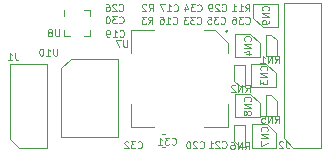
<source format=gbr>
G04 #@! TF.GenerationSoftware,KiCad,Pcbnew,(5.1.5-0-10_14)*
G04 #@! TF.CreationDate,2020-09-24T10:17:21-04:00*
G04 #@! TF.ProjectId,ESLO_RB,45534c4f-5f52-4422-9e6b-696361645f70,rev?*
G04 #@! TF.SameCoordinates,Original*
G04 #@! TF.FileFunction,Legend,Bot*
G04 #@! TF.FilePolarity,Positive*
%FSLAX46Y46*%
G04 Gerber Fmt 4.6, Leading zero omitted, Abs format (unit mm)*
G04 Created by KiCad (PCBNEW (5.1.5-0-10_14)) date 2020-09-24 10:17:21*
%MOMM*%
%LPD*%
G04 APERTURE LIST*
%ADD10C,0.050000*%
%ADD11C,0.070000*%
G04 APERTURE END LIST*
D10*
X145420000Y-90100000D02*
X145420000Y-91300000D01*
X147500000Y-90100000D02*
X145420000Y-90100000D01*
X147500000Y-92100000D02*
X147500000Y-90100000D01*
X146220000Y-92100000D02*
X147500000Y-92100000D01*
X145420000Y-91300000D02*
X146220000Y-92100000D01*
X143800000Y-100390000D02*
X143800000Y-101735000D01*
X144750000Y-100390000D02*
X143800000Y-100390000D01*
X144750000Y-102210000D02*
X144750000Y-100390000D01*
X144275000Y-102210000D02*
X144750000Y-102210000D01*
X143800000Y-101735000D02*
X144275000Y-102210000D01*
X147425000Y-99660000D02*
X147425000Y-98315000D01*
X146475000Y-99660000D02*
X147425000Y-99660000D01*
X146475000Y-97840000D02*
X146475000Y-99660000D01*
X146950000Y-97840000D02*
X146475000Y-97840000D01*
X147425000Y-98315000D02*
X146950000Y-97840000D01*
X143825000Y-95290000D02*
X143825000Y-96635000D01*
X144775000Y-95290000D02*
X143825000Y-95290000D01*
X144775000Y-97110000D02*
X144775000Y-95290000D01*
X144300000Y-97110000D02*
X144775000Y-97110000D01*
X143825000Y-96635000D02*
X144300000Y-97110000D01*
X147425000Y-94560000D02*
X147425000Y-93215000D01*
X146475000Y-94560000D02*
X147425000Y-94560000D01*
X146475000Y-92740000D02*
X146475000Y-94560000D01*
X146950000Y-92740000D02*
X146475000Y-92740000D01*
X147425000Y-93215000D02*
X146950000Y-92740000D01*
X145975000Y-99750000D02*
X145975000Y-98550000D01*
X143895000Y-99750000D02*
X145975000Y-99750000D01*
X143895000Y-97750000D02*
X143895000Y-99750000D01*
X145175000Y-97750000D02*
X143895000Y-97750000D01*
X145975000Y-98550000D02*
X145175000Y-97750000D01*
X147365000Y-102300000D02*
X147365000Y-101100000D01*
X145285000Y-102300000D02*
X147365000Y-102300000D01*
X145285000Y-100300000D02*
X145285000Y-102300000D01*
X146565000Y-100300000D02*
X145285000Y-100300000D01*
X147365000Y-101100000D02*
X146565000Y-100300000D01*
X145980000Y-94650000D02*
X145980000Y-93450000D01*
X143900000Y-94650000D02*
X145980000Y-94650000D01*
X143900000Y-92650000D02*
X143900000Y-94650000D01*
X145180000Y-92650000D02*
X143900000Y-92650000D01*
X145980000Y-93450000D02*
X145180000Y-92650000D01*
X147340000Y-97200000D02*
X147340000Y-96000000D01*
X145260000Y-97200000D02*
X147340000Y-97200000D01*
X145260000Y-95200000D02*
X145260000Y-97200000D01*
X146540000Y-95200000D02*
X145260000Y-95200000D01*
X147340000Y-96000000D02*
X146540000Y-95200000D01*
X148000000Y-90085000D02*
X148000000Y-101515000D01*
X151200000Y-90085000D02*
X148000000Y-90085000D01*
X151200000Y-102315000D02*
X151200000Y-90085000D01*
X148800000Y-102315000D02*
X151200000Y-102315000D01*
X148000000Y-101515000D02*
X148800000Y-102315000D01*
X124800000Y-95225000D02*
X124800000Y-101575000D01*
X128000000Y-95225000D02*
X124800000Y-95225000D01*
X128000000Y-102375000D02*
X128000000Y-95225000D01*
X125600000Y-102375000D02*
X128000000Y-102375000D01*
X124800000Y-101575000D02*
X125600000Y-102375000D01*
X134005000Y-94800000D02*
X129995000Y-94800000D01*
X134005000Y-101400000D02*
X134005000Y-94800000D01*
X129195000Y-101400000D02*
X134005000Y-101400000D01*
X129195000Y-95600000D02*
X129195000Y-101400000D01*
X129995000Y-94800000D02*
X129195000Y-95600000D01*
X129437500Y-90650000D02*
X129437500Y-90650000D01*
X129437500Y-91150000D02*
X129437500Y-90650000D01*
X131137500Y-90650000D02*
X131137500Y-90650000D01*
X131637500Y-90650000D02*
X131137500Y-90650000D01*
X131637500Y-91150000D02*
X131637500Y-90650000D01*
X131637500Y-92350000D02*
X131637500Y-92350000D01*
X131637500Y-92850000D02*
X131637500Y-92350000D01*
X131137500Y-92850000D02*
X131637500Y-92850000D01*
X129937500Y-92850000D02*
X129937500Y-92850000D01*
X129437500Y-92850000D02*
X129937500Y-92850000D01*
X129437500Y-92350000D02*
X129437500Y-92850000D01*
X143275000Y-92450000D02*
G75*
G03X143275000Y-92450000I-100000J0D01*
G01*
X143295000Y-93450000D02*
X143295000Y-94330000D01*
X142175000Y-92330000D02*
X143295000Y-93450000D01*
X141295000Y-92330000D02*
X142175000Y-92330000D01*
X143295000Y-100570000D02*
X143295000Y-98570000D01*
X141295000Y-100570000D02*
X143295000Y-100570000D01*
X135055000Y-92330000D02*
X135055000Y-94330000D01*
X137055000Y-92330000D02*
X135055000Y-92330000D01*
X135055000Y-100570000D02*
X135055000Y-98570000D01*
X137055000Y-100570000D02*
X135055000Y-100570000D01*
X135055000Y-92330000D02*
X135055000Y-94330000D01*
X137055000Y-92330000D02*
X135055000Y-92330000D01*
X135055000Y-92330000D02*
X135055000Y-94330000D01*
X137055000Y-92330000D02*
X135055000Y-92330000D01*
X142810000Y-90425000D02*
G75*
G03X142810000Y-90425000I-50000J0D01*
G01*
X137674721Y-101190000D02*
X138000279Y-101190000D01*
X137674721Y-102210000D02*
X138000279Y-102210000D01*
D11*
X138695714Y-90704285D02*
X138724285Y-90732857D01*
X138810000Y-90761428D01*
X138867142Y-90761428D01*
X138952857Y-90732857D01*
X139010000Y-90675714D01*
X139038571Y-90618571D01*
X139067142Y-90504285D01*
X139067142Y-90418571D01*
X139038571Y-90304285D01*
X139010000Y-90247142D01*
X138952857Y-90190000D01*
X138867142Y-90161428D01*
X138810000Y-90161428D01*
X138724285Y-90190000D01*
X138695714Y-90218571D01*
X138124285Y-90761428D02*
X138467142Y-90761428D01*
X138295714Y-90761428D02*
X138295714Y-90161428D01*
X138352857Y-90247142D01*
X138410000Y-90304285D01*
X138467142Y-90332857D01*
X137924285Y-90161428D02*
X137524285Y-90161428D01*
X137781428Y-90761428D01*
X138645714Y-91764285D02*
X138674285Y-91792857D01*
X138760000Y-91821428D01*
X138817142Y-91821428D01*
X138902857Y-91792857D01*
X138960000Y-91735714D01*
X138988571Y-91678571D01*
X139017142Y-91564285D01*
X139017142Y-91478571D01*
X138988571Y-91364285D01*
X138960000Y-91307142D01*
X138902857Y-91250000D01*
X138817142Y-91221428D01*
X138760000Y-91221428D01*
X138674285Y-91250000D01*
X138645714Y-91278571D01*
X138074285Y-91821428D02*
X138417142Y-91821428D01*
X138245714Y-91821428D02*
X138245714Y-91221428D01*
X138302857Y-91307142D01*
X138360000Y-91364285D01*
X138417142Y-91392857D01*
X137560000Y-91221428D02*
X137674285Y-91221428D01*
X137731428Y-91250000D01*
X137760000Y-91278571D01*
X137817142Y-91364285D01*
X137845714Y-91478571D01*
X137845714Y-91707142D01*
X137817142Y-91764285D01*
X137788571Y-91792857D01*
X137731428Y-91821428D01*
X137617142Y-91821428D01*
X137560000Y-91792857D01*
X137531428Y-91764285D01*
X137502857Y-91707142D01*
X137502857Y-91564285D01*
X137531428Y-91507142D01*
X137560000Y-91478571D01*
X137617142Y-91450000D01*
X137731428Y-91450000D01*
X137788571Y-91478571D01*
X137817142Y-91507142D01*
X137845714Y-91564285D01*
X146704285Y-90675714D02*
X146732857Y-90647142D01*
X146761428Y-90561428D01*
X146761428Y-90504285D01*
X146732857Y-90418571D01*
X146675714Y-90361428D01*
X146618571Y-90332857D01*
X146504285Y-90304285D01*
X146418571Y-90304285D01*
X146304285Y-90332857D01*
X146247142Y-90361428D01*
X146190000Y-90418571D01*
X146161428Y-90504285D01*
X146161428Y-90561428D01*
X146190000Y-90647142D01*
X146218571Y-90675714D01*
X146761428Y-90932857D02*
X146161428Y-90932857D01*
X146761428Y-91275714D01*
X146161428Y-91275714D01*
X146761428Y-91590000D02*
X146761428Y-91704285D01*
X146732857Y-91761428D01*
X146704285Y-91790000D01*
X146618571Y-91847142D01*
X146504285Y-91875714D01*
X146275714Y-91875714D01*
X146218571Y-91847142D01*
X146190000Y-91818571D01*
X146161428Y-91761428D01*
X146161428Y-91647142D01*
X146190000Y-91590000D01*
X146218571Y-91561428D01*
X146275714Y-91532857D01*
X146418571Y-91532857D01*
X146475714Y-91561428D01*
X146504285Y-91590000D01*
X146532857Y-91647142D01*
X146532857Y-91761428D01*
X146504285Y-91818571D01*
X146475714Y-91847142D01*
X146418571Y-91875714D01*
X144704285Y-102411428D02*
X144904285Y-102125714D01*
X145047142Y-102411428D02*
X145047142Y-101811428D01*
X144818571Y-101811428D01*
X144761428Y-101840000D01*
X144732857Y-101868571D01*
X144704285Y-101925714D01*
X144704285Y-102011428D01*
X144732857Y-102068571D01*
X144761428Y-102097142D01*
X144818571Y-102125714D01*
X145047142Y-102125714D01*
X144447142Y-102411428D02*
X144447142Y-101811428D01*
X144104285Y-102411428D01*
X144104285Y-101811428D01*
X143561428Y-101811428D02*
X143675714Y-101811428D01*
X143732857Y-101840000D01*
X143761428Y-101868571D01*
X143818571Y-101954285D01*
X143847142Y-102068571D01*
X143847142Y-102297142D01*
X143818571Y-102354285D01*
X143790000Y-102382857D01*
X143732857Y-102411428D01*
X143618571Y-102411428D01*
X143561428Y-102382857D01*
X143532857Y-102354285D01*
X143504285Y-102297142D01*
X143504285Y-102154285D01*
X143532857Y-102097142D01*
X143561428Y-102068571D01*
X143618571Y-102040000D01*
X143732857Y-102040000D01*
X143790000Y-102068571D01*
X143818571Y-102097142D01*
X143847142Y-102154285D01*
X147284285Y-100191428D02*
X147484285Y-99905714D01*
X147627142Y-100191428D02*
X147627142Y-99591428D01*
X147398571Y-99591428D01*
X147341428Y-99620000D01*
X147312857Y-99648571D01*
X147284285Y-99705714D01*
X147284285Y-99791428D01*
X147312857Y-99848571D01*
X147341428Y-99877142D01*
X147398571Y-99905714D01*
X147627142Y-99905714D01*
X147027142Y-100191428D02*
X147027142Y-99591428D01*
X146684285Y-100191428D01*
X146684285Y-99591428D01*
X146112857Y-99591428D02*
X146398571Y-99591428D01*
X146427142Y-99877142D01*
X146398571Y-99848571D01*
X146341428Y-99820000D01*
X146198571Y-99820000D01*
X146141428Y-99848571D01*
X146112857Y-99877142D01*
X146084285Y-99934285D01*
X146084285Y-100077142D01*
X146112857Y-100134285D01*
X146141428Y-100162857D01*
X146198571Y-100191428D01*
X146341428Y-100191428D01*
X146398571Y-100162857D01*
X146427142Y-100134285D01*
X144774285Y-97561428D02*
X144974285Y-97275714D01*
X145117142Y-97561428D02*
X145117142Y-96961428D01*
X144888571Y-96961428D01*
X144831428Y-96990000D01*
X144802857Y-97018571D01*
X144774285Y-97075714D01*
X144774285Y-97161428D01*
X144802857Y-97218571D01*
X144831428Y-97247142D01*
X144888571Y-97275714D01*
X145117142Y-97275714D01*
X144517142Y-97561428D02*
X144517142Y-96961428D01*
X144174285Y-97561428D01*
X144174285Y-96961428D01*
X143917142Y-97018571D02*
X143888571Y-96990000D01*
X143831428Y-96961428D01*
X143688571Y-96961428D01*
X143631428Y-96990000D01*
X143602857Y-97018571D01*
X143574285Y-97075714D01*
X143574285Y-97132857D01*
X143602857Y-97218571D01*
X143945714Y-97561428D01*
X143574285Y-97561428D01*
X147244285Y-95121428D02*
X147444285Y-94835714D01*
X147587142Y-95121428D02*
X147587142Y-94521428D01*
X147358571Y-94521428D01*
X147301428Y-94550000D01*
X147272857Y-94578571D01*
X147244285Y-94635714D01*
X147244285Y-94721428D01*
X147272857Y-94778571D01*
X147301428Y-94807142D01*
X147358571Y-94835714D01*
X147587142Y-94835714D01*
X146987142Y-95121428D02*
X146987142Y-94521428D01*
X146644285Y-95121428D01*
X146644285Y-94521428D01*
X146044285Y-95121428D02*
X146387142Y-95121428D01*
X146215714Y-95121428D02*
X146215714Y-94521428D01*
X146272857Y-94607142D01*
X146330000Y-94664285D01*
X146387142Y-94692857D01*
X145174285Y-98345714D02*
X145202857Y-98317142D01*
X145231428Y-98231428D01*
X145231428Y-98174285D01*
X145202857Y-98088571D01*
X145145714Y-98031428D01*
X145088571Y-98002857D01*
X144974285Y-97974285D01*
X144888571Y-97974285D01*
X144774285Y-98002857D01*
X144717142Y-98031428D01*
X144660000Y-98088571D01*
X144631428Y-98174285D01*
X144631428Y-98231428D01*
X144660000Y-98317142D01*
X144688571Y-98345714D01*
X145231428Y-98602857D02*
X144631428Y-98602857D01*
X145231428Y-98945714D01*
X144631428Y-98945714D01*
X144888571Y-99317142D02*
X144860000Y-99260000D01*
X144831428Y-99231428D01*
X144774285Y-99202857D01*
X144745714Y-99202857D01*
X144688571Y-99231428D01*
X144660000Y-99260000D01*
X144631428Y-99317142D01*
X144631428Y-99431428D01*
X144660000Y-99488571D01*
X144688571Y-99517142D01*
X144745714Y-99545714D01*
X144774285Y-99545714D01*
X144831428Y-99517142D01*
X144860000Y-99488571D01*
X144888571Y-99431428D01*
X144888571Y-99317142D01*
X144917142Y-99260000D01*
X144945714Y-99231428D01*
X145002857Y-99202857D01*
X145117142Y-99202857D01*
X145174285Y-99231428D01*
X145202857Y-99260000D01*
X145231428Y-99317142D01*
X145231428Y-99431428D01*
X145202857Y-99488571D01*
X145174285Y-99517142D01*
X145117142Y-99545714D01*
X145002857Y-99545714D01*
X144945714Y-99517142D01*
X144917142Y-99488571D01*
X144888571Y-99431428D01*
X146604285Y-100905714D02*
X146632857Y-100877142D01*
X146661428Y-100791428D01*
X146661428Y-100734285D01*
X146632857Y-100648571D01*
X146575714Y-100591428D01*
X146518571Y-100562857D01*
X146404285Y-100534285D01*
X146318571Y-100534285D01*
X146204285Y-100562857D01*
X146147142Y-100591428D01*
X146090000Y-100648571D01*
X146061428Y-100734285D01*
X146061428Y-100791428D01*
X146090000Y-100877142D01*
X146118571Y-100905714D01*
X146661428Y-101162857D02*
X146061428Y-101162857D01*
X146661428Y-101505714D01*
X146061428Y-101505714D01*
X146061428Y-101734285D02*
X146061428Y-102134285D01*
X146661428Y-101877142D01*
X145184285Y-93235714D02*
X145212857Y-93207142D01*
X145241428Y-93121428D01*
X145241428Y-93064285D01*
X145212857Y-92978571D01*
X145155714Y-92921428D01*
X145098571Y-92892857D01*
X144984285Y-92864285D01*
X144898571Y-92864285D01*
X144784285Y-92892857D01*
X144727142Y-92921428D01*
X144670000Y-92978571D01*
X144641428Y-93064285D01*
X144641428Y-93121428D01*
X144670000Y-93207142D01*
X144698571Y-93235714D01*
X145241428Y-93492857D02*
X144641428Y-93492857D01*
X145241428Y-93835714D01*
X144641428Y-93835714D01*
X144841428Y-94378571D02*
X145241428Y-94378571D01*
X144612857Y-94235714D02*
X145041428Y-94092857D01*
X145041428Y-94464285D01*
X146574285Y-95745714D02*
X146602857Y-95717142D01*
X146631428Y-95631428D01*
X146631428Y-95574285D01*
X146602857Y-95488571D01*
X146545714Y-95431428D01*
X146488571Y-95402857D01*
X146374285Y-95374285D01*
X146288571Y-95374285D01*
X146174285Y-95402857D01*
X146117142Y-95431428D01*
X146060000Y-95488571D01*
X146031428Y-95574285D01*
X146031428Y-95631428D01*
X146060000Y-95717142D01*
X146088571Y-95745714D01*
X146631428Y-96002857D02*
X146031428Y-96002857D01*
X146631428Y-96345714D01*
X146031428Y-96345714D01*
X146031428Y-96574285D02*
X146031428Y-96945714D01*
X146260000Y-96745714D01*
X146260000Y-96831428D01*
X146288571Y-96888571D01*
X146317142Y-96917142D01*
X146374285Y-96945714D01*
X146517142Y-96945714D01*
X146574285Y-96917142D01*
X146602857Y-96888571D01*
X146631428Y-96831428D01*
X146631428Y-96660000D01*
X146602857Y-96602857D01*
X146574285Y-96574285D01*
X144775714Y-91764285D02*
X144804285Y-91792857D01*
X144890000Y-91821428D01*
X144947142Y-91821428D01*
X145032857Y-91792857D01*
X145090000Y-91735714D01*
X145118571Y-91678571D01*
X145147142Y-91564285D01*
X145147142Y-91478571D01*
X145118571Y-91364285D01*
X145090000Y-91307142D01*
X145032857Y-91250000D01*
X144947142Y-91221428D01*
X144890000Y-91221428D01*
X144804285Y-91250000D01*
X144775714Y-91278571D01*
X144575714Y-91221428D02*
X144204285Y-91221428D01*
X144404285Y-91450000D01*
X144318571Y-91450000D01*
X144261428Y-91478571D01*
X144232857Y-91507142D01*
X144204285Y-91564285D01*
X144204285Y-91707142D01*
X144232857Y-91764285D01*
X144261428Y-91792857D01*
X144318571Y-91821428D01*
X144490000Y-91821428D01*
X144547142Y-91792857D01*
X144575714Y-91764285D01*
X143690000Y-91221428D02*
X143804285Y-91221428D01*
X143861428Y-91250000D01*
X143890000Y-91278571D01*
X143947142Y-91364285D01*
X143975714Y-91478571D01*
X143975714Y-91707142D01*
X143947142Y-91764285D01*
X143918571Y-91792857D01*
X143861428Y-91821428D01*
X143747142Y-91821428D01*
X143690000Y-91792857D01*
X143661428Y-91764285D01*
X143632857Y-91707142D01*
X143632857Y-91564285D01*
X143661428Y-91507142D01*
X143690000Y-91478571D01*
X143747142Y-91450000D01*
X143861428Y-91450000D01*
X143918571Y-91478571D01*
X143947142Y-91507142D01*
X143975714Y-91564285D01*
X148200000Y-101761428D02*
X148200000Y-102190000D01*
X148228571Y-102275714D01*
X148285714Y-102332857D01*
X148371428Y-102361428D01*
X148428571Y-102361428D01*
X147942857Y-101818571D02*
X147914285Y-101790000D01*
X147857142Y-101761428D01*
X147714285Y-101761428D01*
X147657142Y-101790000D01*
X147628571Y-101818571D01*
X147600000Y-101875714D01*
X147600000Y-101932857D01*
X147628571Y-102018571D01*
X147971428Y-102361428D01*
X147600000Y-102361428D01*
X125290000Y-94311428D02*
X125290000Y-94740000D01*
X125318571Y-94825714D01*
X125375714Y-94882857D01*
X125461428Y-94911428D01*
X125518571Y-94911428D01*
X124690000Y-94911428D02*
X125032857Y-94911428D01*
X124861428Y-94911428D02*
X124861428Y-94311428D01*
X124918571Y-94397142D01*
X124975714Y-94454285D01*
X125032857Y-94482857D01*
X128842857Y-93921428D02*
X128842857Y-94407142D01*
X128814285Y-94464285D01*
X128785714Y-94492857D01*
X128728571Y-94521428D01*
X128614285Y-94521428D01*
X128557142Y-94492857D01*
X128528571Y-94464285D01*
X128500000Y-94407142D01*
X128500000Y-93921428D01*
X127900000Y-94521428D02*
X128242857Y-94521428D01*
X128071428Y-94521428D02*
X128071428Y-93921428D01*
X128128571Y-94007142D01*
X128185714Y-94064285D01*
X128242857Y-94092857D01*
X127528571Y-93921428D02*
X127471428Y-93921428D01*
X127414285Y-93950000D01*
X127385714Y-93978571D01*
X127357142Y-94035714D01*
X127328571Y-94150000D01*
X127328571Y-94292857D01*
X127357142Y-94407142D01*
X127385714Y-94464285D01*
X127414285Y-94492857D01*
X127471428Y-94521428D01*
X127528571Y-94521428D01*
X127585714Y-94492857D01*
X127614285Y-94464285D01*
X127642857Y-94407142D01*
X127671428Y-94292857D01*
X127671428Y-94150000D01*
X127642857Y-94035714D01*
X127614285Y-93978571D01*
X127585714Y-93950000D01*
X127528571Y-93921428D01*
X129007142Y-92271428D02*
X129007142Y-92757142D01*
X128978571Y-92814285D01*
X128950000Y-92842857D01*
X128892857Y-92871428D01*
X128778571Y-92871428D01*
X128721428Y-92842857D01*
X128692857Y-92814285D01*
X128664285Y-92757142D01*
X128664285Y-92271428D01*
X128292857Y-92528571D02*
X128350000Y-92500000D01*
X128378571Y-92471428D01*
X128407142Y-92414285D01*
X128407142Y-92385714D01*
X128378571Y-92328571D01*
X128350000Y-92300000D01*
X128292857Y-92271428D01*
X128178571Y-92271428D01*
X128121428Y-92300000D01*
X128092857Y-92328571D01*
X128064285Y-92385714D01*
X128064285Y-92414285D01*
X128092857Y-92471428D01*
X128121428Y-92500000D01*
X128178571Y-92528571D01*
X128292857Y-92528571D01*
X128350000Y-92557142D01*
X128378571Y-92585714D01*
X128407142Y-92642857D01*
X128407142Y-92757142D01*
X128378571Y-92814285D01*
X128350000Y-92842857D01*
X128292857Y-92871428D01*
X128178571Y-92871428D01*
X128121428Y-92842857D01*
X128092857Y-92814285D01*
X128064285Y-92757142D01*
X128064285Y-92642857D01*
X128092857Y-92585714D01*
X128121428Y-92557142D01*
X128178571Y-92528571D01*
X134777142Y-93171428D02*
X134777142Y-93657142D01*
X134748571Y-93714285D01*
X134720000Y-93742857D01*
X134662857Y-93771428D01*
X134548571Y-93771428D01*
X134491428Y-93742857D01*
X134462857Y-93714285D01*
X134434285Y-93657142D01*
X134434285Y-93171428D01*
X134205714Y-93171428D02*
X133805714Y-93171428D01*
X134062857Y-93771428D01*
X144755714Y-90761428D02*
X144955714Y-90475714D01*
X145098571Y-90761428D02*
X145098571Y-90161428D01*
X144870000Y-90161428D01*
X144812857Y-90190000D01*
X144784285Y-90218571D01*
X144755714Y-90275714D01*
X144755714Y-90361428D01*
X144784285Y-90418571D01*
X144812857Y-90447142D01*
X144870000Y-90475714D01*
X145098571Y-90475714D01*
X144184285Y-90761428D02*
X144527142Y-90761428D01*
X144355714Y-90761428D02*
X144355714Y-90161428D01*
X144412857Y-90247142D01*
X144470000Y-90304285D01*
X144527142Y-90332857D01*
X143612857Y-90761428D02*
X143955714Y-90761428D01*
X143784285Y-90761428D02*
X143784285Y-90161428D01*
X143841428Y-90247142D01*
X143898571Y-90304285D01*
X143955714Y-90332857D01*
X136550000Y-91821428D02*
X136750000Y-91535714D01*
X136892857Y-91821428D02*
X136892857Y-91221428D01*
X136664285Y-91221428D01*
X136607142Y-91250000D01*
X136578571Y-91278571D01*
X136550000Y-91335714D01*
X136550000Y-91421428D01*
X136578571Y-91478571D01*
X136607142Y-91507142D01*
X136664285Y-91535714D01*
X136892857Y-91535714D01*
X136350000Y-91221428D02*
X135978571Y-91221428D01*
X136178571Y-91450000D01*
X136092857Y-91450000D01*
X136035714Y-91478571D01*
X136007142Y-91507142D01*
X135978571Y-91564285D01*
X135978571Y-91707142D01*
X136007142Y-91764285D01*
X136035714Y-91792857D01*
X136092857Y-91821428D01*
X136264285Y-91821428D01*
X136321428Y-91792857D01*
X136350000Y-91764285D01*
X136580000Y-90731428D02*
X136780000Y-90445714D01*
X136922857Y-90731428D02*
X136922857Y-90131428D01*
X136694285Y-90131428D01*
X136637142Y-90160000D01*
X136608571Y-90188571D01*
X136580000Y-90245714D01*
X136580000Y-90331428D01*
X136608571Y-90388571D01*
X136637142Y-90417142D01*
X136694285Y-90445714D01*
X136922857Y-90445714D01*
X136351428Y-90188571D02*
X136322857Y-90160000D01*
X136265714Y-90131428D01*
X136122857Y-90131428D01*
X136065714Y-90160000D01*
X136037142Y-90188571D01*
X136008571Y-90245714D01*
X136008571Y-90302857D01*
X136037142Y-90388571D01*
X136380000Y-90731428D01*
X136008571Y-90731428D01*
X142675714Y-91764285D02*
X142704285Y-91792857D01*
X142790000Y-91821428D01*
X142847142Y-91821428D01*
X142932857Y-91792857D01*
X142990000Y-91735714D01*
X143018571Y-91678571D01*
X143047142Y-91564285D01*
X143047142Y-91478571D01*
X143018571Y-91364285D01*
X142990000Y-91307142D01*
X142932857Y-91250000D01*
X142847142Y-91221428D01*
X142790000Y-91221428D01*
X142704285Y-91250000D01*
X142675714Y-91278571D01*
X142475714Y-91221428D02*
X142104285Y-91221428D01*
X142304285Y-91450000D01*
X142218571Y-91450000D01*
X142161428Y-91478571D01*
X142132857Y-91507142D01*
X142104285Y-91564285D01*
X142104285Y-91707142D01*
X142132857Y-91764285D01*
X142161428Y-91792857D01*
X142218571Y-91821428D01*
X142390000Y-91821428D01*
X142447142Y-91792857D01*
X142475714Y-91764285D01*
X141561428Y-91221428D02*
X141847142Y-91221428D01*
X141875714Y-91507142D01*
X141847142Y-91478571D01*
X141790000Y-91450000D01*
X141647142Y-91450000D01*
X141590000Y-91478571D01*
X141561428Y-91507142D01*
X141532857Y-91564285D01*
X141532857Y-91707142D01*
X141561428Y-91764285D01*
X141590000Y-91792857D01*
X141647142Y-91821428D01*
X141790000Y-91821428D01*
X141847142Y-91792857D01*
X141875714Y-91764285D01*
X140705714Y-90704285D02*
X140734285Y-90732857D01*
X140820000Y-90761428D01*
X140877142Y-90761428D01*
X140962857Y-90732857D01*
X141020000Y-90675714D01*
X141048571Y-90618571D01*
X141077142Y-90504285D01*
X141077142Y-90418571D01*
X141048571Y-90304285D01*
X141020000Y-90247142D01*
X140962857Y-90190000D01*
X140877142Y-90161428D01*
X140820000Y-90161428D01*
X140734285Y-90190000D01*
X140705714Y-90218571D01*
X140505714Y-90161428D02*
X140134285Y-90161428D01*
X140334285Y-90390000D01*
X140248571Y-90390000D01*
X140191428Y-90418571D01*
X140162857Y-90447142D01*
X140134285Y-90504285D01*
X140134285Y-90647142D01*
X140162857Y-90704285D01*
X140191428Y-90732857D01*
X140248571Y-90761428D01*
X140420000Y-90761428D01*
X140477142Y-90732857D01*
X140505714Y-90704285D01*
X139620000Y-90361428D02*
X139620000Y-90761428D01*
X139762857Y-90132857D02*
X139905714Y-90561428D01*
X139534285Y-90561428D01*
X140675714Y-91789285D02*
X140704285Y-91817857D01*
X140790000Y-91846428D01*
X140847142Y-91846428D01*
X140932857Y-91817857D01*
X140990000Y-91760714D01*
X141018571Y-91703571D01*
X141047142Y-91589285D01*
X141047142Y-91503571D01*
X141018571Y-91389285D01*
X140990000Y-91332142D01*
X140932857Y-91275000D01*
X140847142Y-91246428D01*
X140790000Y-91246428D01*
X140704285Y-91275000D01*
X140675714Y-91303571D01*
X140475714Y-91246428D02*
X140104285Y-91246428D01*
X140304285Y-91475000D01*
X140218571Y-91475000D01*
X140161428Y-91503571D01*
X140132857Y-91532142D01*
X140104285Y-91589285D01*
X140104285Y-91732142D01*
X140132857Y-91789285D01*
X140161428Y-91817857D01*
X140218571Y-91846428D01*
X140390000Y-91846428D01*
X140447142Y-91817857D01*
X140475714Y-91789285D01*
X139904285Y-91246428D02*
X139532857Y-91246428D01*
X139732857Y-91475000D01*
X139647142Y-91475000D01*
X139590000Y-91503571D01*
X139561428Y-91532142D01*
X139532857Y-91589285D01*
X139532857Y-91732142D01*
X139561428Y-91789285D01*
X139590000Y-91817857D01*
X139647142Y-91846428D01*
X139818571Y-91846428D01*
X139875714Y-91817857D01*
X139904285Y-91789285D01*
X135645714Y-102304285D02*
X135674285Y-102332857D01*
X135760000Y-102361428D01*
X135817142Y-102361428D01*
X135902857Y-102332857D01*
X135960000Y-102275714D01*
X135988571Y-102218571D01*
X136017142Y-102104285D01*
X136017142Y-102018571D01*
X135988571Y-101904285D01*
X135960000Y-101847142D01*
X135902857Y-101790000D01*
X135817142Y-101761428D01*
X135760000Y-101761428D01*
X135674285Y-101790000D01*
X135645714Y-101818571D01*
X135445714Y-101761428D02*
X135074285Y-101761428D01*
X135274285Y-101990000D01*
X135188571Y-101990000D01*
X135131428Y-102018571D01*
X135102857Y-102047142D01*
X135074285Y-102104285D01*
X135074285Y-102247142D01*
X135102857Y-102304285D01*
X135131428Y-102332857D01*
X135188571Y-102361428D01*
X135360000Y-102361428D01*
X135417142Y-102332857D01*
X135445714Y-102304285D01*
X134845714Y-101818571D02*
X134817142Y-101790000D01*
X134760000Y-101761428D01*
X134617142Y-101761428D01*
X134560000Y-101790000D01*
X134531428Y-101818571D01*
X134502857Y-101875714D01*
X134502857Y-101932857D01*
X134531428Y-102018571D01*
X134874285Y-102361428D01*
X134502857Y-102361428D01*
X138515714Y-101994285D02*
X138544285Y-102022857D01*
X138630000Y-102051428D01*
X138687142Y-102051428D01*
X138772857Y-102022857D01*
X138830000Y-101965714D01*
X138858571Y-101908571D01*
X138887142Y-101794285D01*
X138887142Y-101708571D01*
X138858571Y-101594285D01*
X138830000Y-101537142D01*
X138772857Y-101480000D01*
X138687142Y-101451428D01*
X138630000Y-101451428D01*
X138544285Y-101480000D01*
X138515714Y-101508571D01*
X138315714Y-101451428D02*
X137944285Y-101451428D01*
X138144285Y-101680000D01*
X138058571Y-101680000D01*
X138001428Y-101708571D01*
X137972857Y-101737142D01*
X137944285Y-101794285D01*
X137944285Y-101937142D01*
X137972857Y-101994285D01*
X138001428Y-102022857D01*
X138058571Y-102051428D01*
X138230000Y-102051428D01*
X138287142Y-102022857D01*
X138315714Y-101994285D01*
X137372857Y-102051428D02*
X137715714Y-102051428D01*
X137544285Y-102051428D02*
X137544285Y-101451428D01*
X137601428Y-101537142D01*
X137658571Y-101594285D01*
X137715714Y-101622857D01*
X134085714Y-91734285D02*
X134114285Y-91762857D01*
X134200000Y-91791428D01*
X134257142Y-91791428D01*
X134342857Y-91762857D01*
X134400000Y-91705714D01*
X134428571Y-91648571D01*
X134457142Y-91534285D01*
X134457142Y-91448571D01*
X134428571Y-91334285D01*
X134400000Y-91277142D01*
X134342857Y-91220000D01*
X134257142Y-91191428D01*
X134200000Y-91191428D01*
X134114285Y-91220000D01*
X134085714Y-91248571D01*
X133885714Y-91191428D02*
X133514285Y-91191428D01*
X133714285Y-91420000D01*
X133628571Y-91420000D01*
X133571428Y-91448571D01*
X133542857Y-91477142D01*
X133514285Y-91534285D01*
X133514285Y-91677142D01*
X133542857Y-91734285D01*
X133571428Y-91762857D01*
X133628571Y-91791428D01*
X133800000Y-91791428D01*
X133857142Y-91762857D01*
X133885714Y-91734285D01*
X133142857Y-91191428D02*
X133085714Y-91191428D01*
X133028571Y-91220000D01*
X133000000Y-91248571D01*
X132971428Y-91305714D01*
X132942857Y-91420000D01*
X132942857Y-91562857D01*
X132971428Y-91677142D01*
X133000000Y-91734285D01*
X133028571Y-91762857D01*
X133085714Y-91791428D01*
X133142857Y-91791428D01*
X133200000Y-91762857D01*
X133228571Y-91734285D01*
X133257142Y-91677142D01*
X133285714Y-91562857D01*
X133285714Y-91420000D01*
X133257142Y-91305714D01*
X133228571Y-91248571D01*
X133200000Y-91220000D01*
X133142857Y-91191428D01*
X142775714Y-90674285D02*
X142804285Y-90702857D01*
X142890000Y-90731428D01*
X142947142Y-90731428D01*
X143032857Y-90702857D01*
X143090000Y-90645714D01*
X143118571Y-90588571D01*
X143147142Y-90474285D01*
X143147142Y-90388571D01*
X143118571Y-90274285D01*
X143090000Y-90217142D01*
X143032857Y-90160000D01*
X142947142Y-90131428D01*
X142890000Y-90131428D01*
X142804285Y-90160000D01*
X142775714Y-90188571D01*
X142547142Y-90188571D02*
X142518571Y-90160000D01*
X142461428Y-90131428D01*
X142318571Y-90131428D01*
X142261428Y-90160000D01*
X142232857Y-90188571D01*
X142204285Y-90245714D01*
X142204285Y-90302857D01*
X142232857Y-90388571D01*
X142575714Y-90731428D01*
X142204285Y-90731428D01*
X141918571Y-90731428D02*
X141804285Y-90731428D01*
X141747142Y-90702857D01*
X141718571Y-90674285D01*
X141661428Y-90588571D01*
X141632857Y-90474285D01*
X141632857Y-90245714D01*
X141661428Y-90188571D01*
X141690000Y-90160000D01*
X141747142Y-90131428D01*
X141861428Y-90131428D01*
X141918571Y-90160000D01*
X141947142Y-90188571D01*
X141975714Y-90245714D01*
X141975714Y-90388571D01*
X141947142Y-90445714D01*
X141918571Y-90474285D01*
X141861428Y-90502857D01*
X141747142Y-90502857D01*
X141690000Y-90474285D01*
X141661428Y-90445714D01*
X141632857Y-90388571D01*
X134065714Y-90674285D02*
X134094285Y-90702857D01*
X134180000Y-90731428D01*
X134237142Y-90731428D01*
X134322857Y-90702857D01*
X134380000Y-90645714D01*
X134408571Y-90588571D01*
X134437142Y-90474285D01*
X134437142Y-90388571D01*
X134408571Y-90274285D01*
X134380000Y-90217142D01*
X134322857Y-90160000D01*
X134237142Y-90131428D01*
X134180000Y-90131428D01*
X134094285Y-90160000D01*
X134065714Y-90188571D01*
X133837142Y-90188571D02*
X133808571Y-90160000D01*
X133751428Y-90131428D01*
X133608571Y-90131428D01*
X133551428Y-90160000D01*
X133522857Y-90188571D01*
X133494285Y-90245714D01*
X133494285Y-90302857D01*
X133522857Y-90388571D01*
X133865714Y-90731428D01*
X133494285Y-90731428D01*
X132980000Y-90131428D02*
X133094285Y-90131428D01*
X133151428Y-90160000D01*
X133180000Y-90188571D01*
X133237142Y-90274285D01*
X133265714Y-90388571D01*
X133265714Y-90617142D01*
X133237142Y-90674285D01*
X133208571Y-90702857D01*
X133151428Y-90731428D01*
X133037142Y-90731428D01*
X132980000Y-90702857D01*
X132951428Y-90674285D01*
X132922857Y-90617142D01*
X132922857Y-90474285D01*
X132951428Y-90417142D01*
X132980000Y-90388571D01*
X133037142Y-90360000D01*
X133151428Y-90360000D01*
X133208571Y-90388571D01*
X133237142Y-90417142D01*
X133265714Y-90474285D01*
X142795714Y-102284285D02*
X142824285Y-102312857D01*
X142910000Y-102341428D01*
X142967142Y-102341428D01*
X143052857Y-102312857D01*
X143110000Y-102255714D01*
X143138571Y-102198571D01*
X143167142Y-102084285D01*
X143167142Y-101998571D01*
X143138571Y-101884285D01*
X143110000Y-101827142D01*
X143052857Y-101770000D01*
X142967142Y-101741428D01*
X142910000Y-101741428D01*
X142824285Y-101770000D01*
X142795714Y-101798571D01*
X142567142Y-101798571D02*
X142538571Y-101770000D01*
X142481428Y-101741428D01*
X142338571Y-101741428D01*
X142281428Y-101770000D01*
X142252857Y-101798571D01*
X142224285Y-101855714D01*
X142224285Y-101912857D01*
X142252857Y-101998571D01*
X142595714Y-102341428D01*
X142224285Y-102341428D01*
X141652857Y-102341428D02*
X141995714Y-102341428D01*
X141824285Y-102341428D02*
X141824285Y-101741428D01*
X141881428Y-101827142D01*
X141938571Y-101884285D01*
X141995714Y-101912857D01*
X140905714Y-102304285D02*
X140934285Y-102332857D01*
X141020000Y-102361428D01*
X141077142Y-102361428D01*
X141162857Y-102332857D01*
X141220000Y-102275714D01*
X141248571Y-102218571D01*
X141277142Y-102104285D01*
X141277142Y-102018571D01*
X141248571Y-101904285D01*
X141220000Y-101847142D01*
X141162857Y-101790000D01*
X141077142Y-101761428D01*
X141020000Y-101761428D01*
X140934285Y-101790000D01*
X140905714Y-101818571D01*
X140677142Y-101818571D02*
X140648571Y-101790000D01*
X140591428Y-101761428D01*
X140448571Y-101761428D01*
X140391428Y-101790000D01*
X140362857Y-101818571D01*
X140334285Y-101875714D01*
X140334285Y-101932857D01*
X140362857Y-102018571D01*
X140705714Y-102361428D01*
X140334285Y-102361428D01*
X139962857Y-101761428D02*
X139905714Y-101761428D01*
X139848571Y-101790000D01*
X139820000Y-101818571D01*
X139791428Y-101875714D01*
X139762857Y-101990000D01*
X139762857Y-102132857D01*
X139791428Y-102247142D01*
X139820000Y-102304285D01*
X139848571Y-102332857D01*
X139905714Y-102361428D01*
X139962857Y-102361428D01*
X140020000Y-102332857D01*
X140048571Y-102304285D01*
X140077142Y-102247142D01*
X140105714Y-102132857D01*
X140105714Y-101990000D01*
X140077142Y-101875714D01*
X140048571Y-101818571D01*
X140020000Y-101790000D01*
X139962857Y-101761428D01*
X134115714Y-92874285D02*
X134144285Y-92902857D01*
X134230000Y-92931428D01*
X134287142Y-92931428D01*
X134372857Y-92902857D01*
X134430000Y-92845714D01*
X134458571Y-92788571D01*
X134487142Y-92674285D01*
X134487142Y-92588571D01*
X134458571Y-92474285D01*
X134430000Y-92417142D01*
X134372857Y-92360000D01*
X134287142Y-92331428D01*
X134230000Y-92331428D01*
X134144285Y-92360000D01*
X134115714Y-92388571D01*
X133544285Y-92931428D02*
X133887142Y-92931428D01*
X133715714Y-92931428D02*
X133715714Y-92331428D01*
X133772857Y-92417142D01*
X133830000Y-92474285D01*
X133887142Y-92502857D01*
X133258571Y-92931428D02*
X133144285Y-92931428D01*
X133087142Y-92902857D01*
X133058571Y-92874285D01*
X133001428Y-92788571D01*
X132972857Y-92674285D01*
X132972857Y-92445714D01*
X133001428Y-92388571D01*
X133030000Y-92360000D01*
X133087142Y-92331428D01*
X133201428Y-92331428D01*
X133258571Y-92360000D01*
X133287142Y-92388571D01*
X133315714Y-92445714D01*
X133315714Y-92588571D01*
X133287142Y-92645714D01*
X133258571Y-92674285D01*
X133201428Y-92702857D01*
X133087142Y-92702857D01*
X133030000Y-92674285D01*
X133001428Y-92645714D01*
X132972857Y-92588571D01*
M02*

</source>
